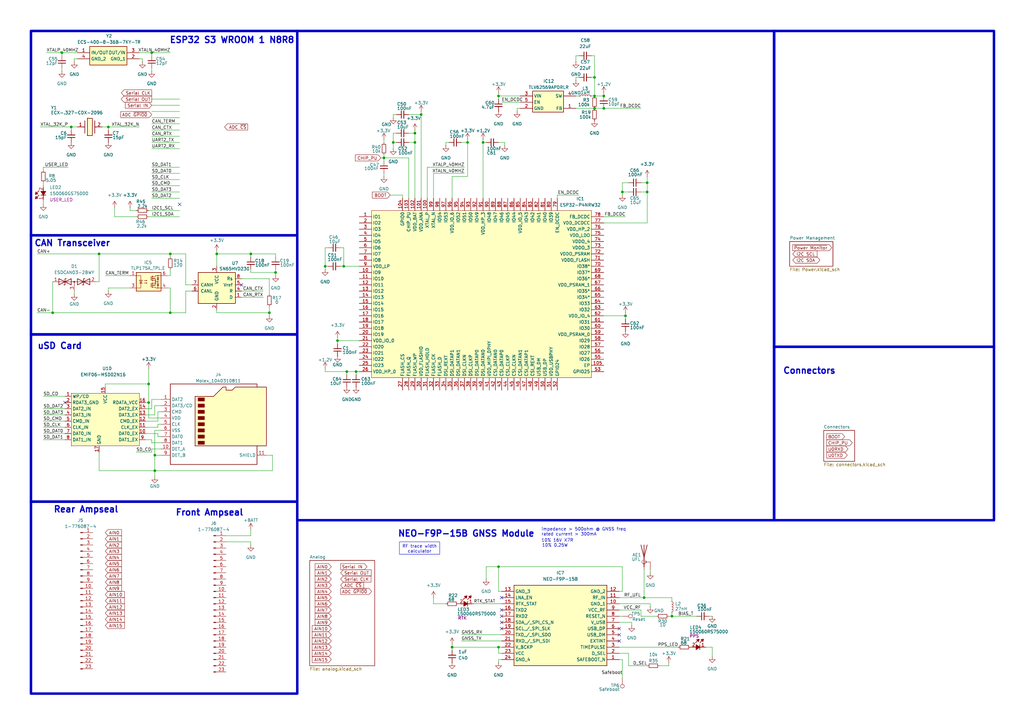
<source format=kicad_sch>
(kicad_sch (version 20250114) (generator "eeschema") (generator_version "9.0")
  (paper "A3")
  (title_block (title "SDM26 Datalogger") (date "2025-06-09") (rev "4.0") (company "Sun Devil Motorsports"))
  (rectangle (start 121.92 12.7) (end 317.5 213.36) (stroke (width 1.016)))
  (rectangle (start 12.7 205.74) (end 121.92 284.48) (stroke (width 1.016)))
  (rectangle (start 317.5 142.24) (end 407.67 213.36) (stroke (width 1.016)))
  (rectangle (start 317.5 12.7) (end 407.67 142.24) (stroke (width 1.016)))
  (rectangle (start 12.7 137.16) (end 121.92 205.74) (stroke (width 1.016)))
  (rectangle (start 12.7 12.7) (end 121.92 96.52) (stroke (width 1.016)))
  (rectangle (start 12.7 96.52) (end 121.92 137.16) (stroke (width 1.016)))
  (text "CAN Transceiver" (at 13.97 101.346 0) (effects (font (size 2.54 2.54) (thickness 0.512) (bold yes)) (justify left bottom)))
  (text "NEO-F9P-15B GNSS Module" (at 163.068 220.472 0) (effects (font (size 2.54 2.54) (thickness 0.512) (bold yes)) (justify left bottom)))
  (text "impedance > 500ohm @ GNSS freq\nrated current > 300mA" (at 221.996 219.964 0) (effects (font (size 1.27 1.27)) (justify left bottom)))
  (text "ESP32 S3 WROOM 1 N8R8" (at 120.904 18.034 0) (effects (font (size 2.54 2.54) (thickness 0.512) (bold yes)) (justify right bottom)))
  (text "Connectors" (at 321.056 153.67 0) (effects (font (size 2.54 2.54) (thickness 0.512) (bold yes)) (justify left bottom)))
  (text "Front Ampseal" (at 71.882 211.836 0) (effects (font (size 2.54 2.54) (thickness 0.512) (bold yes)) (justify left bottom)))
  (text "uSD Card" (at 15.24 143.51 0) (effects (font (size 2.54 2.54) (thickness 0.512) (bold yes)) (justify left bottom)))
  (text "10% 0.25W" (at 222.25 224.536 0) (effects (font (size 1.27 1.27)) (justify left bottom)))
  (text "10% 16V X7R" (at 221.996 222.504 0) (effects (font (size 1.27 1.27)) (justify left bottom)))
  (text "Rear Ampseal\n" (at 21.844 210.566 0) (effects (font (size 2.54 2.54) (thickness 0.512) (bold yes)) (justify left bottom)))
  (text_box "RF trace width calculator" (at 163.83 222.25 0) (size 16.51 5.08) (margins 0.9525 0.9525 0.9525 0.9525) (effects (font (size 1.27 1.27)) (justify top)))
  (junction (at 256.54 129.54))
  (junction (at 170.18 54.61))
  (junction (at 29.21 52.07))
  (junction (at 255.27 78.74))
  (junction (at 62.23 21.59))
  (junction (at 204.47 39.37))
  (junction (at 133.35 109.22))
  (junction (at 265.43 74.93))
  (junction (at 243.84 44.45))
  (junction (at 146.05 152.4))
  (junction (at 204.47 265.43))
  (junction (at 113.03 111.76))
  (junction (at 69.85 128.27))
  (junction (at 140.97 109.22))
  (junction (at 161.29 58.42))
  (junction (at 170.18 58.42))
  (junction (at 204.47 232.41))
  (junction (at 198.12 58.42))
  (junction (at 102.87 104.14))
  (junction (at 88.9 104.14))
  (junction (at 264.16 245.11))
  (junction (at 142.24 152.4))
  (junction (at 185.42 265.43))
  (junction (at 63.5 186.69))
  (junction (at 69.85 104.14))
  (junction (at 275.59 252.73))
  (junction (at 265.43 78.74))
  (junction (at 110.49 128.27))
  (junction (at 247.65 44.45))
  (junction (at 44.45 52.07))
  (junction (at 60.96 165.1))
  (junction (at 243.84 39.37))
  (junction (at 157.48 64.77))
  (junction (at 40.64 104.14))
  (junction (at 247.65 39.37))
  (junction (at 191.77 58.42))
  (junction (at 25.4 21.59))
  (junction (at 138.43 139.7))
  (junction (at 60.96 157.48))
  (junction (at 172.72 46.99))
  (junction (at 21.59 128.27))
  (junction (at 63.5 193.04))
  (junction (at 243.84 31.75))
  (no_connect (at 254 262.89))
  (no_connect (at 254 260.35))
  (no_connect (at 26.67 165.1))
  (no_connect (at 205.74 255.27))
  (no_connect (at 205.74 250.19))
  (no_connect (at 254 257.81))
  (no_connect (at 205.74 245.11))
  (no_connect (at 73.66 83.82))
  (no_connect (at 205.74 257.81))
  (no_connect (at 205.74 252.73))
  (no_connect (at 99.06 116.84))
  (wire (pts (xy 167.64 54.61) (xy 170.18 54.61)))
  (wire (pts (xy 162.56 54.61) (xy 161.29 54.61)))
  (wire (pts (xy 68.58 118.11) (xy 69.85 118.11)))
  (wire (pts (xy 254 250.19) (xy 262.89 250.19)))
  (wire (pts (xy 69.85 113.03) (xy 69.85 110.49)))
  (wire (pts (xy 254 270.51) (xy 255.27 270.51)))
  (wire (pts (xy 62.23 68.58) (xy 73.66 68.58)))
  (wire (pts (xy 17.78 68.58) (xy 27.94 68.58)))
  (wire (pts (xy 257.81 74.93) (xy 255.27 74.93)))
  (wire (pts (xy 157.48 71.12) (xy 157.48 72.39)))
  (wire (pts (xy 161.29 58.42) (xy 162.56 58.42)))
  (wire (pts (xy 191.77 72.39) (xy 185.42 72.39)))
  (wire (pts (xy 189.23 262.89) (xy 205.74 262.89)))
  (wire (pts (xy 16.51 52.07) (xy 29.21 52.07)))
  (wire (pts (xy 111.76 186.69) (xy 111.76 193.04)))
  (wire (pts (xy 265.43 74.93) (xy 265.43 72.39)))
  (wire (pts (xy 46.99 85.09) (xy 46.99 88.9)))
  (wire (pts (xy 30.48 25.4) (xy 30.48 24.13)))
  (wire (pts (xy 62.23 76.2) (xy 73.66 76.2)))
  (wire (pts (xy 92.71 219.71) (xy 102.87 219.71)))
  (wire (pts (xy 157.48 64.77) (xy 157.48 66.04)))
  (wire (pts (xy 139.7 109.22) (xy 140.97 109.22)))
  (wire (pts (xy 167.64 46.99) (xy 172.72 46.99)))
  (wire (pts (xy 62.23 27.94) (xy 62.23 29.21)))
  (wire (pts (xy 76.2 104.14) (xy 76.2 116.84)))
  (wire (pts (xy 40.64 193.04) (xy 63.5 193.04)))
  (wire (pts (xy 66.04 166.37) (xy 63.5 166.37)))
  (wire (pts (xy 17.78 162.56) (xy 26.67 162.56)))
  (wire (pts (xy 172.72 45.72) (xy 172.72 46.99)))
  (wire (pts (xy 59.69 167.64) (xy 62.23 167.64)))
  (wire (pts (xy 205.74 242.57) (xy 204.47 242.57)))
  (wire (pts (xy 262.89 78.74) (xy 265.43 78.74)))
  (wire (pts (xy 25.4 21.59) (xy 25.4 22.86)))
  (wire (pts (xy 254 247.65) (xy 266.7 247.65)))
  (wire (pts (xy 170.18 81.28) (xy 170.18 58.42)))
  (wire (pts (xy 63.5 166.37) (xy 63.5 170.18)))
  (wire (pts (xy 30.48 24.13) (xy 31.75 24.13)))
  (wire (pts (xy 88.9 104.14) (xy 88.9 109.22)))
  (wire (pts (xy 64.77 179.07) (xy 66.04 179.07)))
  (wire (pts (xy 204.47 232.41) (xy 255.27 232.41)))
  (wire (pts (xy 275.59 251.46) (xy 275.59 252.73)))
  (wire (pts (xy 177.8 245.11) (xy 177.8 247.65)))
  (wire (pts (xy 110.49 128.27) (xy 110.49 129.54)))
  (wire (pts (xy 146.05 152.4) (xy 146.05 153.67)))
  (wire (pts (xy 236.22 44.45) (xy 243.84 44.45)))
  (wire (pts (xy 15.24 128.27) (xy 21.59 128.27)))
  (wire (pts (xy 264.16 233.68) (xy 264.16 245.11)))
  (wire (pts (xy 62.23 48.26) (xy 73.66 48.26)))
  (wire (pts (xy 204.47 270.51) (xy 205.74 270.51)))
  (wire (pts (xy 138.43 139.7) (xy 138.43 140.97)))
  (wire (pts (xy 113.03 111.76) (xy 113.03 113.03)))
  (wire (pts (xy 290.83 252.73) (xy 292.1 252.73)))
  (wire (pts (xy 46.99 88.9) (xy 55.88 88.9)))
  (wire (pts (xy 43.18 158.75) (xy 43.18 157.48)))
  (wire (pts (xy 185.42 265.43) (xy 204.47 265.43)))
  (wire (pts (xy 62.23 55.88) (xy 73.66 55.88)))
  (wire (pts (xy 194.31 247.65) (xy 205.74 247.65)))
  (wire (pts (xy 236.22 39.37) (xy 237.49 39.37)))
  (wire (pts (xy 57.15 24.13) (xy 58.42 24.13)))
  (wire (pts (xy 243.84 22.86) (xy 242.57 22.86)))
  (wire (pts (xy 170.18 53.34) (xy 170.18 54.61)))
  (wire (pts (xy 204.47 265.43) (xy 204.47 267.97)))
  (wire (pts (xy 170.18 54.61) (xy 170.18 58.42)))
  (wire (pts (xy 133.35 109.22) (xy 133.35 110.49)))
  (wire (pts (xy 76.2 116.84) (xy 78.74 116.84)))
  (wire (pts (xy 40.64 104.14) (xy 69.85 104.14)))
  (wire (pts (xy 265.43 91.44) (xy 247.65 91.44)))
  (wire (pts (xy 17.78 180.34) (xy 26.67 180.34)))
  (wire (pts (xy 62.23 58.42) (xy 73.66 58.42)))
  (wire (pts (xy 41.91 52.07) (xy 44.45 52.07)))
  (wire (pts (xy 109.22 186.69) (xy 111.76 186.69)))
  (wire (pts (xy 102.87 104.14) (xy 113.03 104.14)))
  (wire (pts (xy 63.5 193.04) (xy 111.76 193.04)))
  (wire (pts (xy 189.23 58.42) (xy 191.77 58.42)))
  (wire (pts (xy 259.08 256.54) (xy 259.08 255.27)))
  (wire (pts (xy 113.03 110.49) (xy 113.03 111.76)))
  (wire (pts (xy 64.77 168.91) (xy 64.77 172.72)))
  (wire (pts (xy 254 252.73) (xy 255.27 252.73)))
  (wire (pts (xy 204.47 58.42) (xy 207.01 58.42)))
  (wire (pts (xy 55.88 86.36) (xy 53.34 86.36)))
  (wire (pts (xy 62.23 163.83) (xy 66.04 163.83)))
  (wire (pts (xy 99.06 119.38) (xy 107.95 119.38)))
  (wire (pts (xy 255.27 270.51) (xy 255.27 278.13)))
  (wire (pts (xy 40.64 185.42) (xy 40.64 193.04)))
  (wire (pts (xy 292.1 265.43) (xy 292.1 269.24)))
  (wire (pts (xy 255.27 78.74) (xy 255.27 80.01)))
  (wire (pts (xy 62.23 184.15) (xy 66.04 184.15)))
  (wire (pts (xy 139.7 101.6) (xy 140.97 101.6)))
  (wire (pts (xy 292.1 265.43) (xy 289.56 265.43)))
  (wire (pts (xy 177.8 81.28) (xy 177.8 71.12)))
  (wire (pts (xy 133.35 101.6) (xy 133.35 109.22)))
  (wire (pts (xy 157.48 63.5) (xy 157.48 64.77)))
  (wire (pts (xy 113.03 104.14) (xy 113.03 105.41)))
  (wire (pts (xy 66.04 173.99) (xy 64.77 173.99)))
  (wire (pts (xy 242.57 39.37) (xy 243.84 39.37)))
  (wire (pts (xy 243.84 44.45) (xy 247.65 44.45)))
  (wire (pts (xy 198.12 58.42) (xy 199.39 58.42)))
  (wire (pts (xy 15.24 104.14) (xy 40.64 104.14)))
  (wire (pts (xy 40.64 104.14) (xy 40.64 115.57)))
  (wire (pts (xy 62.23 50.8) (xy 73.66 50.8)))
  (wire (pts (xy 66.04 168.91) (xy 64.77 168.91)))
  (wire (pts (xy 255.27 242.57) (xy 254 242.57)))
  (wire (pts (xy 88.9 104.14) (xy 102.87 104.14)))
  (wire (pts (xy 53.34 113.03) (xy 43.18 113.03)))
  (wire (pts (xy 62.23 60.96) (xy 73.66 60.96)))
  (wire (pts (xy 29.21 53.34) (xy 29.21 52.07)))
  (wire (pts (xy 262.89 74.93) (xy 265.43 74.93)))
  (wire (pts (xy 257.81 273.05) (xy 265.43 273.05)))
  (wire (pts (xy 185.42 265.43) (xy 185.42 264.16)))
  (wire (pts (xy 69.85 105.41) (xy 69.85 104.14)))
  (wire (pts (xy 255.27 242.57) (xy 255.27 232.41)))
  (wire (pts (xy 242.57 31.75) (xy 243.84 31.75)))
  (wire (pts (xy 142.24 152.4) (xy 142.24 153.67)))
  (wire (pts (xy 254 265.43) (xy 278.13 265.43)))
  (wire (pts (xy 265.43 74.93) (xy 265.43 78.74)))
  (wire (pts (xy 247.65 38.1) (xy 247.65 39.37)))
  (wire (pts (xy 44.45 52.07) (xy 57.15 52.07)))
  (wire (pts (xy 228.6 80.01) (xy 228.6 81.28)))
  (wire (pts (xy 60.96 165.1) (xy 60.96 157.48)))
  (wire (pts (xy 204.47 40.64) (xy 204.47 39.37)))
  (wire (pts (xy 199.39 232.41) (xy 199.39 237.49)))
  (wire (pts (xy 102.87 217.17) (xy 102.87 219.71)))
  (wire (pts (xy 254 245.11) (xy 264.16 245.11)))
  (wire (pts (xy 66.04 176.53) (xy 63.5 176.53)))
  (wire (pts (xy 275.59 252.73) (xy 285.75 252.73)))
  (wire (pts (xy 156.21 64.77) (xy 157.48 64.77)))
  (wire (pts (xy 275.59 245.11) (xy 275.59 246.38)))
  (wire (pts (xy 62.23 21.59) (xy 69.85 21.59)))
  (wire (pts (xy 21.59 128.27) (xy 69.85 128.27)))
  (wire (pts (xy 161.29 46.99) (xy 162.56 46.99)))
  (wire (pts (xy 60.96 88.9) (xy 73.66 88.9)))
  (wire (pts (xy 59.69 180.34) (xy 62.23 180.34)))
  (wire (pts (xy 236.22 22.86) (xy 237.49 22.86)))
  (wire (pts (xy 92.71 222.25) (xy 102.87 222.25)))
  (wire (pts (xy 204.47 265.43) (xy 205.74 265.43)))
  (wire (pts (xy 69.85 128.27) (xy 76.2 128.27)))
  (wire (pts (xy 102.87 111.76) (xy 102.87 110.49)))
  (wire (pts (xy 266.7 247.65) (xy 266.7 248.92)))
  (wire (pts (xy 55.88 185.42) (xy 62.23 185.42)))
  (wire (pts (xy 182.88 58.42) (xy 182.88 59.69)))
  (wire (pts (xy 63.5 176.53) (xy 63.5 186.69)))
  (wire (pts (xy 255.27 78.74) (xy 257.81 78.74)))
  (wire (pts (xy 182.88 58.42) (xy 184.15 58.42)))
  (wire (pts (xy 257.81 267.97) (xy 257.81 273.05)))
  (wire (pts (xy 256.54 128.27) (xy 256.54 129.54)))
  (wire (pts (xy 157.48 64.77) (xy 167.64 64.77)))
  (wire (pts (xy 59.69 175.26) (xy 64.77 175.26)))
  (wire (pts (xy 62.23 185.42) (xy 62.23 184.15)))
  (wire (pts (xy 99.06 121.92) (xy 107.95 121.92)))
  (wire (pts (xy 102.87 222.25) (xy 102.87 223.52)))
  (wire (pts (xy 64.77 173.99) (xy 64.77 175.26)))
  (wire (pts (xy 17.78 170.18) (xy 26.67 170.18)))
  (wire (pts (xy 43.18 157.48) (xy 60.96 157.48)))
  (wire (pts (xy 247.65 88.9) (xy 256.54 88.9)))
  (wire (pts (xy 62.23 45.72) (xy 73.66 45.72)))
  (wire (pts (xy 204.47 38.1) (xy 204.47 39.37)))
  (wire (pts (xy 62.23 43.18) (xy 73.66 43.18)))
  (wire (pts (xy 167.64 64.77) (xy 167.64 81.28)))
  (wire (pts (xy 204.47 39.37) (xy 213.36 39.37)))
  (wire (pts (xy 142.24 152.4) (xy 133.35 152.4)))
  (wire (pts (xy 76.2 128.27) (xy 76.2 119.38)))
  (wire (pts (xy 147.32 139.7) (xy 138.43 139.7)))
  (wire (pts (xy 204.47 270.51) (xy 204.47 271.78)))
  (wire (pts (xy 44.45 53.34) (xy 44.45 52.07)))
  (wire (pts (xy 62.23 40.64) (xy 73.66 40.64)))
  (wire (pts (xy 160.02 80.01) (xy 165.1 80.01)))
  (wire (pts (xy 161.29 60.96) (xy 161.29 58.42)))
  (wire (pts (xy 275.59 245.11) (xy 264.16 245.11)))
  (wire (pts (xy 63.5 193.04) (xy 63.5 195.58)))
  (wire (pts (xy 17.78 172.72) (xy 26.67 172.72)))
  (wire (pts (xy 256.54 129.54) (xy 256.54 130.81)))
  (wire (pts (xy 161.29 54.61) (xy 161.29 58.42)))
  (wire (pts (xy 62.23 73.66) (xy 73.66 73.66)))
  (wire (pts (xy 212.09 44.45) (xy 213.36 44.45)))
  (wire (pts (xy 63.5 186.69) (xy 63.5 193.04)))
  (wire (pts (xy 247.65 129.54) (xy 256.54 129.54)))
  (wire (pts (xy 175.26 68.58) (xy 175.26 81.28)))
  (wire (pts (xy 191.77 58.42) (xy 191.77 57.15)))
  (wire (pts (xy 58.42 24.13) (xy 58.42 25.4)))
  (wire (pts (xy 88.9 102.87) (xy 88.9 104.14)))
  (wire (pts (xy 88.9 128.27) (xy 88.9 127)))
  (wire (pts (xy 161.29 46.99) (xy 161.29 48.26)))
  (wire (pts (xy 59.69 170.18) (xy 63.5 170.18)))
  (wire (pts (xy 19.05 21.59) (xy 25.4 21.59)))
  (wire (pts (xy 17.78 68.58) (xy 17.78 69.85)))
  (wire (pts (xy 21.59 115.57) (xy 21.59 128.27)))
  (wire (pts (xy 134.62 101.6) (xy 133.35 101.6)))
  (wire (pts (xy 66.04 171.45) (xy 60.96 171.45)))
  (wire (pts (xy 68.58 113.03) (xy 69.85 113.03)))
  (wire (pts (xy 199.39 232.41) (xy 204.47 232.41)))
  (wire (pts (xy 236.22 33.02) (xy 236.22 31.75)))
  (wire (pts (xy 110.49 114.3) (xy 110.49 120.65)))
  (wire (pts (xy 198.12 57.15) (xy 198.12 58.42)))
  (wire (pts (xy 25.4 27.94) (xy 25.4 29.21)))
  (wire (pts (xy 25.4 21.59) (xy 31.75 21.59)))
  (wire (pts (xy 40.64 115.57) (xy 39.37 115.57)))
  (wire (pts (xy 64.77 177.8) (xy 64.77 179.07)))
  (wire (pts (xy 57.15 21.59) (xy 62.23 21.59)))
  (wire (pts (xy 207.01 59.69) (xy 207.01 58.42)))
  (wire (pts (xy 69.85 104.14) (xy 76.2 104.14)))
  (wire (pts (xy 29.21 52.07) (xy 31.75 52.07)))
  (wire (pts (xy 44.45 118.11) (xy 44.45 119.38)))
  (wire (pts (xy 254 255.27) (xy 259.08 255.27)))
  (wire (pts (xy 102.87 104.14) (xy 102.87 105.41)))
  (wire (pts (xy 204.47 232.41) (xy 204.47 242.57)))
  (wire (pts (xy 62.23 53.34) (xy 73.66 53.34)))
  (wire (pts (xy 69.85 118.11) (xy 69.85 128.27)))
  (wire (pts (xy 157.48 57.15) (xy 157.48 58.42)))
  (wire (pts (xy 243.84 31.75) (xy 243.84 22.86)))
  (wire (pts (xy 165.1 80.01) (xy 165.1 81.28)))
  (wire (pts (xy 88.9 128.27) (xy 110.49 128.27)))
  (wire (pts (xy 53.34 118.11) (xy 44.45 118.11)))
  (wire (pts (xy 62.23 181.61) (xy 62.23 180.34)))
  (wire (pts (xy 99.06 114.3) (xy 110.49 114.3)))
  (wire (pts (xy 59.69 177.8) (xy 64.77 177.8)))
  (wire (pts (xy 59.69 172.72) (xy 64.77 172.72)))
  (wire (pts (xy 17.78 167.64) (xy 26.67 167.64)))
  (wire (pts (xy 247.65 44.45) (xy 262.89 44.45)))
  (wire (pts (xy 177.8 71.12) (xy 190.5 71.12)))
  (wire (pts (xy 30.48 119.38) (xy 30.48 120.65)))
  (wire (pts (xy 138.43 138.43) (xy 138.43 139.7)))
  (wire (pts (xy 62.23 81.28) (xy 73.66 81.28)))
  (wire (pts (xy 236.22 25.4) (xy 236.22 22.86)))
  (wire (pts (xy 133.35 151.13) (xy 133.35 152.4)))
  (wire (pts (xy 133.35 109.22) (xy 134.62 109.22)))
  (wire (pts (xy 17.78 177.8) (xy 26.67 177.8)))
  (wire (pts (xy 185.42 265.43) (xy 185.42 266.7)))
  (wire (pts (xy 254 267.97) (xy 257.81 267.97)))
  (wire (pts (xy 274.32 252.73) (xy 275.59 252.73)))
  (wire (pts (xy 76.2 119.38) (xy 78.74 119.38)))
  (wire (pts (xy 62.23 21.59) (xy 62.23 22.86)))
  (wire (pts (xy 198.12 58.42) (xy 198.12 81.28)))
  (wire (pts (xy 237.49 80.01) (xy 228.6 80.01)))
  (wire (pts (xy 62.23 163.83) (xy 62.23 167.64)))
  (wire (pts (xy 146.05 152.4) (xy 142.24 152.4)))
  (wire (pts (xy 140.97 109.22) (xy 147.32 109.22)))
  (wire (pts (xy 53.34 86.36) (xy 53.34 85.09)))
  (wire (pts (xy 265.43 78.74) (xy 265.43 91.44)))
  (wire (pts (xy 274.32 273.05) (xy 274.32 271.78)))
  (wire (pts (xy 185.42 72.39) (xy 185.42 81.28)))
  (wire (pts (xy 110.49 125.73) (xy 110.49 128.27)))
  (wire (pts (xy 60.96 157.48) (xy 60.96 151.13)))
  (wire (pts (xy 146.05 152.4) (xy 147.32 152.4)))
  (wire (pts (xy 102.87 111.76) (xy 113.03 111.76)))
  (wire (pts (xy 266.7 234.95) (xy 266.7 233.68)))
  (wire (pts (xy 204.47 267.97) (xy 205.74 267.97)))
  (wire (pts (xy 170.18 58.42) (xy 167.64 58.42)))
  (wire (pts (xy 172.72 46.99) (xy 172.72 81.28)))
  (wire (pts (xy 243.84 39.37) (xy 243.84 31.75)))
  (wire (pts (xy 60.96 171.45) (xy 60.96 165.1)))
  (wire (pts (xy 189.23 260.35) (xy 205.74 260.35)))
  (wire (pts (xy 62.23 78.74) (xy 73.66 78.74)))
  (wire (pts (xy 243.84 39.37) (xy 247.65 39.37)))
  (wire (pts (xy 17.78 74.93) (xy 17.78 76.2)))
  (wire (pts (xy 191.77 58.42) (xy 191.77 72.39)))
  (wire (pts (xy 59.69 165.1) (xy 60.96 165.1)))
  (wire (pts (xy 270.51 273.05) (xy 274.32 273.05)))
  (wire (pts (xy 255.27 74.93) (xy 255.27 78.74)))
  (wire (pts (xy 262.89 252.73) (xy 262.89 250.19)))
  (wire (pts (xy 17.78 175.26) (xy 26.67 175.26)))
  (wire (pts (xy 236.22 31.75) (xy 237.49 31.75)))
  (wire (pts (xy 62.23 71.12) (xy 73.66 71.12)))
  (wire (pts (xy 262.89 252.73) (xy 269.24 252.73)))
  (wire (pts (xy 66.04 181.61) (xy 62.23 181.61)))
  (wire (pts (xy 190.5 68.58) (xy 175.26 68.58)))
  (wire (pts (xy 63.5 186.69) (xy 66.04 186.69)))
  (wire (pts (xy 205.74 41.91) (xy 213.36 41.91)))
  (wire (pts (xy 212.09 45.72) (xy 212.09 44.45)))
  (wire (pts (xy 140.97 101.6) (xy 140.97 109.22)))
  (wire (pts (xy 60.96 86.36) (xy 73.66 86.36)))
  (wire (pts (xy 177.8 247.65) (xy 182.88 247.65)))
  (wire (pts (xy 17.78 82.55) (xy 17.78 83.82)))
  (label "GNSS_TX" (at 189.23 262.89 0))
  (label "SD_CLK" (at 17.78 175.26 0))
  (label "VCC_RF" (at 262.89 250.19 180))
  (label "SD_CLK" (at 62.23 73.66 0))
  (label "SD_DAT3" (at 62.23 78.74 0))
  (label "SD_CD" (at 17.78 162.56 0))
  (label "SD_DAT3" (at 17.78 170.18 0))
  (label "CAN_CTX" (at 62.23 53.34 0))
  (label "CAN_RTX" (at 107.95 121.92 180))
  (label "XTALN_40MHZ" (at 190.5 71.12 180))
  (label "XTAL_32K_P" (at 16.51 52.07 0))
  (label "EN_DCDC" (at 237.49 80.01 180))
  (label "SD_CMD" (at 62.23 76.2 0))
  (label "FB_DCDC" (at 262.89 44.45 180))
  (label "USER_LED" (at 27.94 68.58 180))
  (label "SD_DAT0" (at 17.78 177.8 0))
  (label "CAN_CTX" (at 107.95 119.38 180))
  (label "UART2_TX" (at 62.23 58.42 0))
  (label "SD_DAT1" (at 17.78 180.34 0))
  (label "SD_DAT0" (at 62.23 71.12 0))
  (label "SD_DAT2" (at 17.78 167.64 0))
  (label "I2C1_SCL" (at 62.23 86.36 0))
  (label "PPS_LED" (at 278.13 265.43 180))
  (label "XTAL_32K_N" (at 57.15 52.07 180))
  (label "RF_UFL" (at 262.89 245.11 180))
  (label "CAN+" (at 15.24 104.14 0))
  (label "SD_DAT1" (at 62.23 68.58 0))
  (label "XTALN_40MHZ" (at 69.85 21.59 180))
  (label "CAN-" (at 15.24 128.27 0))
  (label "SD_CD" (at 55.88 185.42 0))
  (label "Safeboot" (at 255.27 276.86 180))
  (label "EN_DCDC" (at 205.74 41.91 0))
  (label "I2C1_SDA" (at 62.23 88.9 0))
  (label "FB_DCDC" (at 256.54 88.9 180))
  (label "XTALP_40MHZ" (at 19.05 21.59 0))
  (label "CAN_RTX" (at 62.23 55.88 0))
  (label "BIAS_T" (at 278.13 252.73 0))
  (label "CAN_TERM" (at 43.18 113.03 0))
  (label "CAN_TERM" (at 62.23 50.8 0))
  (label "SD_CMD" (at 17.78 172.72 0))
  (label "GNSS_RX" (at 189.23 260.35 0))
  (label "RTK_STAT" (at 203.2 247.65 180))
  (label "D_SEL" (at 265.43 273.05 180))
  (label "SD_DAT2" (at 62.23 81.28 0))
  (label "XTALP_40MHZ" (at 190.5 68.58 180))
  (label "UART2_RX" (at 62.23 60.96 0))
  (global_label "AIN15" (shape input) (at 135.89 270.51 180) (property "Intersheetrefs" "${INTERSHEET_REFS}" (effects (hide yes))))
  (global_label "AIN11" (shape input) (at 135.89 260.35 180) (property "Intersheetrefs" "${INTERSHEET_REFS}" (effects (hide yes))))
  (global_label "AIN14" (shape input) (at 43.18 254 0) (property "Intersheetrefs" "${INTERSHEET_REFS}" (effects (hide yes))))
  (global_label "AIN5" (shape input) (at 135.89 245.11 180) (property "Intersheetrefs" "${INTERSHEET_REFS}" (effects (hide yes))))
  (global_label "CHIP_PU" (shape output) (at 339.09 181.61 0) (property "Intersheetrefs" "${INTERSHEET_REFS}" (effects (hide yes))))
  (global_label "AIN11" (shape input) (at 43.18 246.38 0) (property "Intersheetrefs" "${INTERSHEET_REFS}" (effects (hide yes))))
  (global_label "AIN7" (shape input) (at 135.89 250.19 180) (property "Intersheetrefs" "${INTERSHEET_REFS}" (effects (hide yes))))
  (global_label "ADC ~{GPIO0}" (shape output) (at 49.53 46.99 0) (property "Intersheetrefs" "${INTERSHEET_REFS}" (effects (hide yes))))
  (global_label "AIN1" (shape input) (at 135.89 234.95 180) (property "Intersheetrefs" "${INTERSHEET_REFS}" (effects (hide yes))))
  (global_label "U0TXD" (shape output) (at 339.09 186.69 0) (property "Intersheetrefs" "${INTERSHEET_REFS}" (effects (hide yes))))
  (global_label "AIN15" (shape input) (at 43.18 256.54 0) (property "Intersheetrefs" "${INTERSHEET_REFS}" (effects (hide yes))))
  (global_label "Serial CLK" (shape input) (at 139.7 237.49 0) (property "Intersheetrefs" "${INTERSHEET_REFS}" (effects (hide yes))))
  (global_label "AIN9" (shape input) (at 135.89 255.27 180) (property "Intersheetrefs" "${INTERSHEET_REFS}" (effects (hide yes))))
  (global_label "AIN2" (shape input) (at 43.18 223.52 0) (property "Intersheetrefs" "${INTERSHEET_REFS}" (effects (hide yes))))
  (global_label "I2C SCL" (shape input) (at 325.12 104.14 0) (property "Intersheetrefs" "${INTERSHEET_REFS}" (effects (hide yes))))
  (global_label "AIN5" (shape input) (at 43.18 231.14 0) (property "Intersheetrefs" "${INTERSHEET_REFS}" (effects (hide yes))))
  (global_label "AIN12" (shape input) (at 135.89 262.89 180) (property "Intersheetrefs" "${INTERSHEET_REFS}" (effects (hide yes))))
  (global_label "BOOT" (shape input) (at 160.02 80.01 180) (property "Intersheetrefs" "${INTERSHEET_REFS}" (effects (hide yes))))
  (global_label "AIN14" (shape input) (at 135.89 267.97 180) (property "Intersheetrefs" "${INTERSHEET_REFS}" (effects (hide yes))))
  (global_label "AIN0" (shape input) (at 135.89 232.41 180) (property "Intersheetrefs" "${INTERSHEET_REFS}" (effects (hide yes))))
  (global_label "AIN10" (shape input) (at 135.89 257.81 180) (property "Intersheetrefs" "${INTERSHEET_REFS}" (effects (hide yes))))
  (global_label "ADC ~{CS}" (shape output) (at 101.6 52.07 180) (property "Intersheetrefs" "${INTERSHEET_REFS}" (effects (hide yes))))
  (global_label "AIN13" (shape input) (at 43.18 251.46 0) (property "Intersheetrefs" "${INTERSHEET_REFS}" (effects (hide yes))))
  (global_label "AIN6" (shape input) (at 135.89 247.65 180) (property "Intersheetrefs" "${INTERSHEET_REFS}" (effects (hide yes))))
  (global_label "Serial OUT" (shape input) (at 139.7 234.95 0) (property "Intersheetrefs" "${INTERSHEET_REFS}" (effects (hide yes))))
  (global_label "AIN0" (shape input) (at 43.18 218.44 0) (property "Intersheetrefs" "${INTERSHEET_REFS}" (effects (hide yes))))
  (global_label "AIN8" (shape input) (at 135.89 252.73 180) (property "Intersheetrefs" "${INTERSHEET_REFS}" (effects (hide yes))))
  (global_label "AIN3" (shape input) (at 135.89 240.03 180) (property "Intersheetrefs" "${INTERSHEET_REFS}" (effects (hide yes))))
  (global_label "AIN9" (shape input) (at 43.18 241.3 0) (property "Intersheetrefs" "${INTERSHEET_REFS}" (effects (hide yes))))
  (global_label "AIN6" (shape input) (at 43.18 233.68 0) (property "Intersheetrefs" "${INTERSHEET_REFS}" (effects (hide yes))))
  (global_label "AIN7" (shape input) (at 43.18 236.22 0) (property "Intersheetrefs" "${INTERSHEET_REFS}" (effects (hide yes))))
  (global_label "I2C SDA" (shape bidirectional) (at 325.12 106.68 0) (property "Intersheetrefs" "${INTERSHEET_REFS}" (effects (hide yes))))
  (global_label "Serial IN" (shape input) (at 62.23 43.18 180) (property "Intersheetrefs" "${INTERSHEET_REFS}" (effects (hide yes))))
  (global_label "AIN4" (shape input) (at 135.89 242.57 180) (property "Intersheetrefs" "${INTERSHEET_REFS}" (effects (hide yes))))
  (global_label "AIN1" (shape input) (at 43.18 220.98 0) (property "Intersheetrefs" "${INTERSHEET_REFS}" (effects (hide yes))))
  (global_label "~{Power Monitor}" (shape output) (at 325.12 101.6 0) (property "Intersheetrefs" "${INTERSHEET_REFS}" (effects (hide yes))))
  (global_label "Serial OUT" (shape output) (at 62.23 40.64 180) (property "Intersheetrefs" "${INTERSHEET_REFS}" (effects (hide yes))))
  (global_label "Serial IN" (shape output) (at 139.7 232.41 0) (property "Intersheetrefs" "${INTERSHEET_REFS}" (effects (hide yes))))
  (global_label "Serial CLK" (shape output) (at 62.23 38.1 180) (property "Intersheetrefs" "${INTERSHEET_REFS}" (effects (hide yes))))
  (global_label "AIN13" (shape input) (at 135.89 265.43 180) (property "Intersheetrefs" "${INTERSHEET_REFS}" (effects (hide yes))))
  (global_label "AIN3" (shape input) (at 43.18 226.06 0) (property "Intersheetrefs" "${INTERSHEET_REFS}" (effects (hide yes))))
  (global_label "AIN8" (shape input) (at 43.18 238.76 0) (property "Intersheetrefs" "${INTERSHEET_REFS}" (effects (hide yes))))
  (global_label "AIN4" (shape input) (at 43.18 228.6 0) (property "Intersheetrefs" "${INTERSHEET_REFS}" (effects (hide yes))))
  (global_label "CHIP_PU" (shape input) (at 156.21 64.77 180) (property "Intersheetrefs" "${INTERSHEET_REFS}" (effects (hide yes))))
  (global_label "ADC ~{GPIO0}" (shape output) (at 139.7 242.57 0) (property "Intersheetrefs" "${INTERSHEET_REFS}" (effects (hide yes))))
  (global_label "AIN12" (shape input) (at 43.18 248.92 0) (property "Intersheetrefs" "${INTERSHEET_REFS}" (effects (hide yes))))
  (global_label "ADC ~{CS}" (shape input) (at 139.7 240.03 0) (property "Intersheetrefs" "${INTERSHEET_REFS}" (effects (hide yes))))
  (global_label "AIN2" (shape input) (at 135.89 237.49 180) (property "Intersheetrefs" "${INTERSHEET_REFS}" (effects (hide yes))))
  (global_label "AIN10" (shape input) (at 43.18 243.84 0) (property "Intersheetrefs" "${INTERSHEET_REFS}" (effects (hide yes))))
  (global_label "BOOT" (shape output) (at 339.09 179.07 0) (property "Intersheetrefs" "${INTERSHEET_REFS}" (effects (hide yes))))
  (global_label "U0RXD" (shape output) (at 339.09 184.15 0) (property "Intersheetrefs" "${INTERSHEET_REFS}" (effects (hide yes))))
  (symbol (lib_id "power:+3.3V") (at 247.65 38.1 0) (unit 1)
    (property "Reference" "#PWR0113" (effects (hide yes)))
    (property "Value" "+1.2V" (at 247.65 34.544 0))
    (property "Description" "Power symbol creates a global label with name \"+3.3V\"" (effects (hide yes)))
  )
  (symbol (lib_id "SDM_CRYSTAL_HSE:ECS-400-8-36B-7KY-TR") (at 31.75 21.59 0) (unit 1)
    (property "Reference" "Y2" (at 44.704 14.732 0))
    (property "Value" "ECS-400-8-36B-7KY-TR" (at 44.704 17.272 0))
    (property "Footprint" "ECS400836B7KYTR" (effects (hide yes)))
    (property "Datasheet" "https://ecsxtal.com/store/pdf/ECX-2236B.pdf" (effects (hide yes)))
    (property "Description" "Crystals CRYSTAL 40.0000MHZ 8PF SMD, ESR 30, +/-7ppm, +/-10ppm, -30 C 85 C, 2.5 x 2.0 x 0.5 100 uw Max +/- 1 ppm 1st Year Max" (effects (hide yes)))
    (property "Height" "0.6" (effects (hide yes)))
    (property "Mouser Part Number" "520-S-400836B7KYTR" (effects (hide yes)))
    (property "Mouser Price/Stock" "https://www.mouser.co.uk/ProductDetail/ECS/ECS-400-8-36B-7KY-TR?qs=zW32dvEIR3t13PpNOhiitQ%3D%3D" (effects (hide yes)))
    (property "Manufacturer_Name" "ECS" (effects (hide yes)))
    (property "Manufacturer_Part_Number" "ECS-400-8-36B-7KY-TR" (effects (hide yes)))
  )
  (symbol (lib_id "power:GND") (at 182.88 59.69 0) (unit 1)
    (property "Reference" "#PWR0106" (effects (hide yes)))
    (property "Value" "GND" (at 182.88 64.77 0))
    (property "Description" "Power symbol creates a global label with name \"GND\" , ground" (effects (hide yes)))
  )
  (symbol (lib_id "power:+3.3V") (at 204.47 38.1 0) (unit 1)
    (property "Reference" "#PWR0112" (effects (hide yes)))
    (property "Value" "+3.3V" (at 204.47 34.544 0))
    (property "Description" "Power symbol creates a global label with name \"+3.3V\"" (effects (hide yes)))
  )
  (symbol (lib_id "power:GND") (at 266.7 248.92 0) (unit 1)
    (property "Reference" "#PWR061" (effects (hide yes)))
    (property "Value" "GND" (at 270.256 250.444 0))
    (property "Description" "Power symbol creates a global label with name \"GND\" , ground" (effects (hide yes)))
  )
  (symbol (lib_id "power:GND") (at 102.87 223.52 0) (unit 1)
    (property "Reference" "#PWR063" (effects (hide yes)))
    (property "Value" "GND" (at 102.87 228.6 0))
    (property "Description" "Power symbol creates a global label with name \"GND\" , ground" (effects (hide yes)))
  )
  (symbol (lib_id "SDM_CRYSTAL_OSCILLATOR:ECX-.327-CDX-2096") (at 31.75 52.07 0) (unit 1)
    (property "Reference" "Y1" (at 22.098 44.196 0))
    (property "Value" "ECX-.327-CDX-2096" (at 31.496 46.228 0))
    (property "Footprint" "SDM_MiscFootprint:ECX327CDX2096" (effects (hide yes)))
    (property "Datasheet" "https://ecsxtal.com/store/pdf/ECX-.327-CDX-2096.pdf" (effects (hide yes)))
    (property "Description" "Crystals CRYSTAL 32.768 kHZ 12.5 PF SMD, ESR 50K Ohms, +/-5ppm Tolerance -40 C +85 C, 3.2 x 1.5 uw Max +/- 3 ppm 1st Year Aging Max" (effects (hide yes)))
    (property "Height" "0.9" (effects (hide yes)))
    (property "Mouser Part Number" "520-X-.327-CDX2096" (effects (hide yes)))
    (property "Mouser Price/Stock" "https://www.mouser.co.uk/ProductDetail/ECS/ECX-.327-CDX-2096?qs=zW32dvEIR3t11RcE3dxOsQ%3D%3D" (effects (hide yes)))
    (property "Manufacturer_Name" "ECS" (effects (hide yes)))
    (property "Manufacturer_Part_Number" "ECX-.327-CDX-2096" (effects (hide yes)))
  )
  (symbol (lib_id "Device:C_Small") (at 142.24 156.21 0) (mirror x) (unit 1)
    (property "Reference" "C64" (at 140.208 155.448 0) (effects (justify right)))
    (property "Value" "10uF" (at 140.208 157.226 0) (effects (justify right)))
    (property "Footprint" "Capacitor_SMD:C_0603_1608Metric" (effects (hide yes)))
  )
  (symbol (lib_id "power:+3.3V") (at 133.35 151.13 0) (unit 1)
    (property "Reference" "#PWR0118" (effects (hide yes)))
    (property "Value" "+1.2V" (at 133.35 147.574 0))
    (property "Description" "Power symbol creates a global label with name \"+3.3V\"" (effects (hide yes)))
  )
  (symbol (lib_id "Device:C_Small") (at 288.29 252.73 90) (unit 1)
    (property "Reference" "C36" (at 289.814 248.412 90) (effects (justify left)))
    (property "Value" "100nF" (at 292.1 249.936 90) (effects (justify left)))
    (property "Footprint" "Capacitor_SMD:C_0603_1608Metric" (effects (hide yes)))
  )
  (symbol (lib_id "Device:L_Small") (at 275.59 248.92 0) (unit 1)
    (property "Reference" "L2" (at 276.86 247.6499 0) (effects (justify left)))
    (property "Value" "27nH" (at 276.86 249.682 0) (effects (justify left)))
    (property "Footprint" "Inductor_SMD:L_0402_1005Metric" (effects (hide yes)))
  )
  (symbol (lib_id "Device:R_Small") (at 267.97 273.05 90) (mirror x) (unit 1)
    (property "Reference" "R35" (at 267.97 271.018 90))
    (property "Value" "10k" (at 267.97 268.478 90))
    (property "Footprint" "Resistor_SMD:R_0603_1608Metric" (effects (hide yes)))
  )
  (symbol (lib_id "power:GND") (at 255.27 80.01 0) (unit 1)
    (property "Reference" "#PWR0122" (effects (hide yes)))
    (property "Value" "GND" (at 255.27 85.09 0))
    (property "Description" "Power symbol creates a global label with name \"GND\" , ground" (effects (hide yes)))
  )
  (symbol (lib_id "Device:C_Small") (at 185.42 269.24 0) (mirror x) (unit 1)
    (property "Reference" "C40" (at 187.96 269.8687 0) (effects (justify left)))
    (property "Value" "1uF" (at 187.96 267.3287 0) (effects (justify left)))
    (property "Footprint" "Capacitor_SMD:C_0603_1608Metric" (effects (hide yes)))
  )
  (symbol (lib_id "power:GND") (at 58.42 25.4 0) (unit 1)
    (property "Reference" "#PWR089" (effects (hide yes)))
    (property "Value" "GND" (at 58.42 30.48 0))
    (property "Description" "Power symbol creates a global label with name \"GND\" , ground" (effects (hide yes)))
  )
  (symbol (lib_id "power:+3.3V") (at 172.72 45.72 0) (unit 1)
    (property "Reference" "#PWR099" (effects (hide yes)))
    (property "Value" "+3.3V" (at 172.72 42.164 0))
    (property "Description" "Power symbol creates a global label with name \"+3.3V\"" (effects (hide yes)))
  )
  (symbol (lib_id "Device:C_Small") (at 240.03 22.86 90) (unit 1)
    (property "Reference" "C58" (at 240.0363 16.51 90))
    (property "Value" "22uF" (at 240.0363 19.05 90))
    (property "Footprint" "Capacitor_SMD:C_0603_1608Metric" (effects (hide yes)))
  )
  (symbol (lib_id "power:GND") (at 30.48 120.65 0) (unit 1)
    (property "Reference" "#PWR036" (effects (hide yes)))
    (property "Value" "GND" (at 30.48 124.714 0))
    (property "Description" "Power symbol creates a global label with name \"GND\" , ground" (effects (hide yes)))
  )
  (symbol (lib_id "power:GND") (at 62.23 29.21 0) (unit 1)
    (property "Reference" "#PWR0103" (effects (hide yes)))
    (property "Value" "GND" (at 62.23 34.29 0))
    (property "Description" "Power symbol creates a global label with name \"GND\" , ground" (effects (hide yes)))
  )
  (symbol (lib_id "power:GND") (at 138.43 146.05 0) (unit 1)
    (property "Reference" "#PWR03" (effects (hide yes)))
    (property "Value" "GND" (at 138.43 149.606 0))
    (property "Description" "Power symbol creates a global label with name \"GND\" , ground" (effects (hide yes)))
  )
  (symbol (lib_id "power:+3.3V") (at 157.48 57.15 0) (unit 1)
    (property "Reference" "#PWR090" (effects (hide yes)))
    (property "Value" "+3.3V" (at 157.226 53.594 0))
    (property "Description" "Power symbol creates a global label with name \"+3.3V\"" (effects (hide yes)))
  )
  (symbol (lib_id "Device:C_Small") (at 186.69 58.42 90) (unit 1)
    (property "Reference" "C56" (at 184.404 54.102 90) (effects (justify right)))
    (property "Value" "100nF" (at 184.404 55.88 90) (effects (justify right)))
    (property "Footprint" "Capacitor_SMD:C_0603_1608Metric" (effects (hide yes)))
  )
  (symbol (lib_id "power:GND") (at 29.21 58.42 0) (unit 1)
    (property "Reference" "#PWR014" (effects (hide yes)))
    (property "Value" "GND" (at 29.21 63.5 0))
    (property "Description" "Power symbol creates a global label with name \"GND\" , ground" (effects (hide yes)))
  )
  (symbol (lib_id "SDM_LED:150060RS75000") (at 289.56 265.43 0) (mirror y) (unit 1)
    (property "Reference" "LED4" (at 287.782 257.302 0) (effects (justify left)))
    (property "Value" "150060RS75000" (at 298.704 259.08 0) (effects (justify left)))
    (property "Footprint" "SDM_MiscFootprint:LEDC1608X80N" (effects (hide yes)))
    (property "Datasheet" "https://www.we-online.com/components/products/datasheet/150060RS75000.pdf" (effects (hide yes)))
    (property "Description" "WURTH ELEKTRONIK - 150060RS75000 - LED, 0603, RED, 250MCD, 625NM" (effects (hide yes)))
    (property "Measure" "PPS" (at 286.766 260.858 0) (effects (justify left)))
    (property "Height" "0.8" (effects (hide yes)))
    (property "Mouser Part Number" "710-150060RS75000" (effects (hide yes)))
    (property "Mouser Price/Stock" "https://www.mouser.co.uk/ProductDetail/Wurth-Elektronik/150060RS75000?qs=LlUlMxKIyB3QnmZ3fw%2FVCA%3D%3D" (effects (hide yes)))
    (property "Manufacturer_Name" "Wurth Elektronik" (effects (hide yes)))
    (property "Manufacturer_Part_Number" "150060RS75000" (effects (hide yes)))
  )
  (symbol (lib_id "power:+3.3V") (at 198.12 57.15 0) (unit 1)
    (property "Reference" "#PWR0114" (effects (hide yes)))
    (property "Value" "+1.2V" (at 198.12 53.594 0))
    (property "Description" "Power symbol creates a global label with name \"+3.3V\"" (effects (hide yes)))
  )
  (symbol (lib_id "Device:R_Small") (at 110.49 123.19 0) (mirror x) (unit 1)
    (property "Reference" "R17" (at 113.538 122.174 0))
    (property "Value" "0" (at 113.538 123.952 0))
    (property "Footprint" "Resistor_SMD:R_0603_1608Metric" (effects (hide yes)))
  )
  (symbol (lib_id "Connector:TestPoint") (at 255.27 252.73 270) (unit 1)
    (property "Reference" "TP5" (at 262.636 251.714 90) (effects (justify right)))
    (property "Value" "Reset" (at 264.668 254 90) (effects (justify right)))
    (property "Footprint" "TestPoint:TestPoint_Pad_1.5x1.5mm" (effects (hide yes)))
    (property "Description" "test point" (effects (hide yes)))
  )
  (symbol (lib_id "power:GND") (at 161.29 48.26 0) (unit 1)
    (property "Reference" "#PWR0100" (effects (hide yes)))
    (property "Value" "GND" (at 158.496 51.054 0))
    (property "Description" "Power symbol creates a global label with name \"GND\" , ground" (effects (hide yes)))
  )
  (symbol (lib_id "Device:R_Small") (at 280.67 265.43 90) (unit 1)
    (property "Reference" "R21" (at 281.051 262.001 90))
    (property "Value" "68" (at 280.416 263.652 90))
    (property "Footprint" "Resistor_SMD:R_0603_1608Metric" (effects (hide yes)))
  )
  (symbol (lib_id "power:+3.3V") (at 256.54 128.27 0) (unit 1)
    (property "Reference" "#PWR0117" (effects (hide yes)))
    (property "Value" "+3.3V" (at 256.54 124.714 0))
    (property "Description" "Power symbol creates a global label with name \"+3.3V\"" (effects (hide yes)))
  )
  (symbol (lib_id "power:GND") (at 30.48 25.4 0) (unit 1)
    (property "Reference" "#PWR023" (effects (hide yes)))
    (property "Value" "GND" (at 30.48 30.48 0))
    (property "Description" "Power symbol creates a global label with name \"GND\" , ground" (effects (hide yes)))
  )
  (symbol (lib_id "power:GND") (at 259.08 256.54 0) (unit 1)
    (property "Reference" "#PWR066" (effects (hide yes)))
    (property "Value" "GND" (at 259.08 261.62 0))
    (property "Description" "Power symbol creates a global label with name \"GND\" , ground" (effects (hide yes)))
  )
  (symbol (lib_id "power:GND") (at 113.03 113.03 0) (unit 1)
    (property "Reference" "#PWR031" (effects (hide yes)))
    (property "Value" "GND" (at 113.03 118.11 0))
    (property "Description" "Power symbol creates a global label with name \"GND\" , ground" (effects (hide yes)))
  )
  (symbol (lib_id "Device:C_Small") (at 165.1 46.99 90) (unit 1)
    (property "Reference" "C50" (at 162.814 42.672 90) (effects (justify right)))
    (property "Value" "100nF" (at 162.814 44.45 90) (effects (justify right)))
    (property "Footprint" "Capacitor_SMD:C_0603_1608Metric" (effects (hide yes)))
  )
  (symbol (lib_id "Device:C_Small") (at 29.21 55.88 180) (unit 1)
    (property "Reference" "C6" (at 27.432 54.61 0) (effects (justify left)))
    (property "Value" "15pF" (at 27.432 56.388 0) (effects (justify left)))
    (property "Footprint" "Capacitor_SMD:C_0603_1608Metric" (effects (hide yes)))
  )
  (symbol (lib_id "power:GND") (at 204.47 45.72 0) (unit 1)
    (property "Reference" "#PWR0110" (effects (hide yes)))
    (property "Value" "GND" (at 204.47 50.8 0))
    (property "Description" "Power symbol creates a global label with name \"GND\" , ground" (effects (hide yes)))
  )
  (symbol (lib_id "Device:C_Small") (at 256.54 133.35 0) (mirror x) (unit 1)
    (property "Reference" "C62" (at 258.318 132.588 0) (effects (justify left)))
    (property "Value" "100nF" (at 258.318 134.366 0) (effects (justify left)))
    (property "Footprint" "Capacitor_SMD:C_0603_1608Metric" (effects (hide yes)))
  )
  (symbol (lib_id "SDM_GNSS:NEO-F9P-15B") (at 205.74 242.57 0) (unit 1)
    (property "Reference" "IC7" (at 229.87 234.95 0))
    (property "Value" "NEO-F9P-15B" (at 229.87 237.49 0))
    (property "Footprint" "SDM_MiscFootprint:NEOF9P15B" (effects (hide yes)))
    (property "Datasheet" "https://content.u-blox.com/sites/default/files/documents/NEO-F9P-15B_DataSheet_UBX-22021920.pdf" (effects (hide yes)))
    (property "Description" "GNSS / GPS Modules u-blox F9 dual band L1/L5 GNSS module high precision Professional Grade LGA, 16x12 mm" (effects (hide yes)))
    (property "Height" "3.76" (effects (hide yes)))
    (property "Mouser Part Number" "377-NEO-F9P-15B" (effects (hide yes)))
    (property "Mouser Price/Stock" "https://www.mouser.co.uk/ProductDetail/u-blox/NEO-F9P-15B?qs=17ckDYBRdenaqrmuzIvL0A%3D%3D" (effects (hide yes)))
    (property "Manufacturer_Name" "u-blox" (effects (hide yes)))
    (property "Manufacturer_Part_Number" "NEO-F9P-15B" (effects (hide yes)))
  )
  (symbol (lib_id "power:+3.3V") (at 170.18 53.34 0) (unit 1)
    (property "Reference" "#PWR0101" (effects (hide yes)))
    (property "Value" "+3.3V" (at 169.672 48.514 0))
    (property "Description" "Power symbol creates a global label with name \"+3.3V\"" (effects (hide yes)))
  )
  (symbol (lib_id "Device:R_Small") (at 271.78 252.73 270) (unit 1)
    (property "Reference" "R30" (at 271.78 254.762 90))
    (property "Value" "10" (at 271.78 256.286 90))
    (property "Footprint" "Resistor_SMD:R_0603_1608Metric" (effects (hide yes)))
  )
  (symbol (lib_id "Connector:Conn_01x23_Pin") (at 87.63 247.65 0) (unit 1)
    (property "Reference" "J6" (at 87.63 214.63 0))
    (property "Value" "1-776087-4" (at 87.63 217.17 0))
    (property "Footprint" "SDM_MiscFootprint:CONN23_776087_TEC" (effects (hide yes)))
  )
  (symbol (lib_id "power:GND") (at 236.22 33.02 0) (unit 1)
    (property "Reference" "#PWR0107" (effects (hide yes)))
    (property "Value" "GND" (at 236.22 38.1 0))
    (property "Description" "Power symbol creates a global label with name \"GND\" , ground" (effects (hide yes)))
  )
  (symbol (lib_id "power:+BATT") (at 102.87 217.17 0) (unit 1)
    (property "Reference" "#PWR079" (effects (hide yes)))
    (property "Value" "+BATT" (at 102.87 213.36 0))
  )
  (symbol (lib_id "Device:C_Small") (at 137.16 109.22 90) (unit 1)
    (property "Reference" "C51" (at 134.366 104.648 90) (effects (justify right)))
    (property "Value" "100nF" (at 134.366 106.426 90) (effects (justify right)))
    (property "Footprint" "Capacitor_SMD:C_0603_1608Metric" (effects (hide yes)))
  )
  (symbol (lib_id "power:GND") (at 292.1 269.24 0) (unit 1)
    (property "Reference" "#PWR075" (effects (hide yes)))
    (property "Value" "GND" (at 292.1 274.32 0))
    (property "Description" "Power symbol creates a global label with name \"GND\" , ground" (effects (hide yes)))
  )
  (symbol (lib_id "Device:C_Small") (at 25.4 25.4 0) (mirror x) (unit 1)
    (property "Reference" "C55" (at 19.812 24.13 0) (effects (justify left)))
    (property "Value" "12pF" (at 18.796 25.908 0) (effects (justify left)))
    (property "Footprint" "Capacitor_SMD:C_0603_1608Metric" (effects (hide yes)))
  )
  (symbol (lib_id "Device:C_Small") (at 165.1 58.42 90) (mirror x) (unit 1)
    (property "Reference" "C52" (at 167.132 60.96 90) (effects (justify left)))
    (property "Value" "100nF" (at 169.418 62.738 90) (effects (justify left)))
    (property "Footprint" "Capacitor_SMD:C_0603_1608Metric" (effects (hide yes)))
  )
  (symbol (lib_id "Device:C_Small") (at 201.93 58.42 90) (mirror x) (unit 1)
    (property "Reference" "C61" (at 199.644 62.738 90) (effects (justify right)))
    (property "Value" "100nF" (at 199.644 60.96 90) (effects (justify right)))
    (property "Footprint" "Capacitor_SMD:C_0603_1608Metric" (effects (hide yes)))
  )
  (symbol (lib_id "Device:C_Small") (at 146.05 156.21 180) (unit 1)
    (property "Reference" "C63" (at 148.082 155.448 0) (effects (justify right)))
    (property "Value" "100nF" (at 148.082 157.226 0) (effects (justify right)))
    (property "Footprint" "Capacitor_SMD:C_0603_1608Metric" (effects (hide yes)))
  )
  (symbol (lib_id "power:GND") (at 133.35 110.49 0) (unit 1)
    (property "Reference" "#PWR098" (effects (hide yes)))
    (property "Value" "GND" (at 133.35 115.57 0))
    (property "Description" "Power symbol creates a global label with name \"GND\" , ground" (effects (hide yes)))
  )
  (symbol (lib_id "Device:C_Small") (at 165.1 54.61 90) (unit 1)
    (property "Reference" "C53" (at 162.814 50.292 90) (effects (justify right)))
    (property "Value" "10uF" (at 162.814 52.07 90) (effects (justify right)))
    (property "Footprint" "Capacitor_SMD:C_0603_1608Metric" (effects (hide yes)))
  )
  (symbol (lib_id "power:GND") (at 212.09 45.72 0) (unit 1)
    (property "Reference" "#PWR0111" (effects (hide yes)))
    (property "Value" "GND" (at 212.09 50.8 0))
    (property "Description" "Power symbol creates a global label with name \"GND\" , ground" (effects (hide yes)))
  )
  (symbol (lib_id "Device:C_Small") (at 102.87 107.95 0) (mirror y) (unit 1)
    (property "Reference" "C18" (at 108.458 106.934 0) (effects (justify left)))
    (property "Value" "100nF" (at 110.744 108.712 0) (effects (justify left)))
    (property "Footprint" "Capacitor_SMD:C_0603_1608Metric" (effects (hide yes)))
  )
  (symbol (lib_id "Device:C_Small") (at 62.23 25.4 180) (unit 1)
    (property "Reference" "C54" (at 67.818 24.13 0) (effects (justify left)))
    (property "Value" "12pF" (at 68.834 25.908 0) (effects (justify left)))
    (property "Footprint" "Capacitor_SMD:C_0603_1608Metric" (effects (hide yes)))
  )
  (symbol (lib_id "Device:C_Small") (at 157.48 68.58 0) (unit 1)
    (property "Reference" "C47" (at 151.638 67.564 0) (effects (justify left)))
    (property "Value" "100nF" (at 149.352 69.088 0) (effects (justify left)))
    (property "Footprint" "Capacitor_SMD:C_0603_1608Metric" (effects (hide yes)))
  )
  (symbol (lib_id "power:+3.3V") (at 274.32 271.78 0) (unit 1)
    (property "Reference" "#PWR072" (effects (hide yes)))
    (property "Value" "+3.3V" (at 274.32 267.97 0))
    (property "Description" "Power symbol creates a global label with name \"+3.3V\"" (effects (hide yes)))
  )
  (symbol (lib_id "Device:C_Small") (at 113.03 107.95 0) (mirror y) (unit 1)
    (property "Reference" "C19" (at 118.618 106.934 0) (effects (justify left)))
    (property "Value" "100nF" (at 120.904 108.712 0) (effects (justify left)))
    (property "Footprint" "Capacitor_SMD:C_0603_1608Metric" (effects (hide yes)))
  )
  (symbol (lib_id "power:GND") (at 63.5 195.58 0) (unit 1)
    (property "Reference" "#PWR069" (effects (hide yes)))
    (property "Value" "GND" (at 63.5 199.39 0))
  )
  (symbol (lib_id "power:+3.3V") (at 60.96 151.13 0) (unit 1)
    (property "Reference" "#PWR050" (effects (hide yes)))
    (property "Value" "+3.3V" (at 60.96 147.32 0))
  )
  (symbol (lib_id "Device:R_Small") (at 243.84 41.91 0) (unit 1)
    (property "Reference" "R3" (at 240.411 41.021 0))
    (property "Value" "100k" (at 239.522 42.926 0))
    (property "Footprint" "Resistor_SMD:R_0603_1608Metric" (effects (hide yes)))
  )
  (symbol (lib_id "Device:R_Small") (at 58.42 88.9 90) (unit 1)
    (property "Reference" "R46" (at 57.658 90.932 90))
    (property "Value" "2.2k" (at 58.166 92.71 90))
    (property "Footprint" "Resistor_SMD:R_0603_1608Metric" (effects (hide yes)))
  )
  (symbol (lib_id "Device:C_Small") (at 44.45 55.88 180) (unit 1)
    (property "Reference" "C7" (at 48.768 54.61 0) (effects (justify left)))
    (property "Value" "15pF" (at 51.054 56.388 0) (effects (justify left)))
    (property "Footprint" "Capacitor_SMD:C_0603_1608Metric" (effects (hide yes)))
  )
  (symbol (lib_id "Device:C_Small") (at 138.43 143.51 180) (unit 1)
    (property "Reference" "C1" (at 140.462 142.748 0) (effects (justify right)))
    (property "Value" "100nF" (at 140.462 144.526 0) (effects (justify right)))
    (property "Footprint" "Capacitor_SMD:C_0603_1608Metric" (effects (hide yes)))
  )
  (symbol (lib_id "power:GND") (at 199.39 237.49 0) (unit 1)
    (property "Reference" "#PWR054" (effects (hide yes)))
    (property "Value" "GND" (at 199.39 242.57 0))
    (property "Description" "Power symbol creates a global label with name \"GND\" , ground" (effects (hide yes)))
  )
  (symbol (lib_id "power:+3.3V") (at 53.34 85.09 0) (unit 1)
    (property "Reference" "#PWR093" (effects (hide yes)))
    (property "Value" "+3.3V" (at 53.34 80.01 0))
    (property "Description" "Power symbol creates a global label with name \"+3.3V\"" (effects (hide yes)))
  )
  (symbol (lib_id "power:+3.3V") (at 88.9 102.87 0) (unit 1)
    (property "Reference" "#PWR028" (effects (hide yes)))
    (property "Value" "+3.3V" (at 88.9 98.552 0))
    (property "Description" "Power symbol creates a global label with name \"+3.3V\"" (effects (hide yes)))
  )
  (symbol (lib_id "power:GND") (at 292.1 252.73 0) (unit 1)
    (property "Reference" "#PWR062" (effects (hide yes)))
    (property "Value" "GND" (at 292.1 256.794 0))
    (property "Description" "Power symbol creates a global label with name \"GND\" , ground" (effects (hide yes)))
  )
  (symbol (lib_id "SDM_OPTOCOUPLERS:TLP175A_TPL,E") (at 53.34 115.57 0) (unit 1)
    (property "Reference" "IC5" (at 60.706 107.696 0))
    (property "Value" "TLP175A_TPL,E" (at 60.706 109.982 0))
    (property "Footprint" "SDM_MiscFootprint:TLP266J" (effects (hide yes)))
    (property "Datasheet" "http://toshiba.semicon-storage.com/info/docget.jsp?did=13665&prodName=TLP175A" (effects (hide yes)))
    (property "Description" "MOSFET Output Optocouplers Trigger LED Current 1mA85dC3750 Vrms" (effects (hide yes)))
    (property "Height" "2" (effects (hide yes)))
    (property "Mouser Part Number" "757-TLP175A(TPLE" (effects (hide yes)))
    (property "Mouser Price/Stock" "https://www.mouser.co.uk/ProductDetail/Toshiba/TLP175ATPLE?qs=HVbQlW5zcXXp9ILK7hvmMw%3D%3D" (effects (hide yes)))
    (property "Manufacturer_Name" "Toshiba" (effects (hide yes)))
    (property "Manufacturer_Part_Number" "TLP175A(TPL,E" (effects (hide yes)))
  )
  (symbol (lib_id "power:GND") (at 157.48 72.39 0) (unit 1)
    (property "Reference" "#PWR091" (effects (hide yes)))
    (property "Value" "GND" (at 157.48 77.47 0))
    (property "Description" "Power symbol creates a global label with name \"GND\" , ground" (effects (hide yes)))
  )
  (symbol (lib_id "power:+3.3V") (at 46.99 85.09 0) (unit 1)
    (property "Reference" "#PWR094" (effects (hide yes)))
    (property "Value" "+3.3V" (at 46.99 80.01 0))
    (property "Description" "Power symbol creates a global label with name \"+3.3V\"" (effects (hide yes)))
  )
  (symbol (lib_id "power:+3.3V") (at 191.77 57.15 0) (unit 1)
    (property "Reference" "#PWR0105" (effects (hide yes)))
    (property "Value" "+3.3V" (at 191.77 53.594 0))
    (property "Description" "Power symbol creates a global label with name \"+3.3V\"" (effects (hide yes)))
  )
  (symbol (lib_id "power:+3.3V") (at 138.43 138.43 0) (unit 1)
    (property "Reference" "#PWR02" (effects (hide yes)))
    (property "Value" "+3.3V" (at 138.43 133.35 0))
    (property "Description" "Power symbol creates a global label with name \"+3.3V\"" (effects (hide yes)))
  )
  (symbol (lib_id "power:+3.3V") (at 265.43 72.39 0) (unit 1)
    (property "Reference" "#PWR0121" (effects (hide yes)))
    (property "Value" "+3.3V" (at 265.43 67.31 0))
    (property "Description" "Power symbol creates a global label with name \"+3.3V\"" (effects (hide yes)))
  )
  (symbol (lib_id "SDM_ESD:ESDCAN03-2BWY") (at 30.48 115.57 0) (unit 1)
    (property "Reference" "D1" (at 30.48 109.22 0))
    (property "Value" "ESDCAN03-2BWY" (at 30.48 111.76 0))
    (property "Footprint" "SDM_MiscFootprint:SOT65P210X110-3N" (effects (hide yes)))
    (property "Datasheet" "https://www.mouser.de/datasheet/2/389/esdcan02-2bwy-954689.pdf" (effects (hide yes)))
    (property "Description" "ESD Suppressors / TVS Diodes Automotive dual-line Transil, Transient voltage suppressor (TVS) for CAN bus" (effects (hide yes)))
    (property "Height" "1.1" (effects (hide yes)))
    (property "Mouser Part Number" "511-ESDCAN03-2BWY" (effects (hide yes)))
    (property "Mouser Price/Stock" "https://www.mouser.co.uk/ProductDetail/STMicroelectronics/ESDCAN03-2BWY?qs=FqY30PPN9V2iiokjuqa22Q%3D%3D" (effects (hide yes)))
    (property "Manufacturer_Name" "STMicroelectronics" (effects (hide yes)))
    (property "Manufacturer_Part_Number" "ESDCAN03-2BWY" (effects (hide yes)))
  )
  (symbol (lib_id "SDM_VOLTAGE_REGULATORS:TLV62569APDRLR") (at 213.36 39.37 0) (unit 1)
    (property "Reference" "IC12" (at 225.044 33.274 0))
    (property "Value" "TLV62569APDRLR" (at 225.044 35.814 0))
    (property "Footprint" "SOTFL50P160X60-6L" (effects (hide yes)))
    (property "Datasheet" "http://www.ti.com/lit/gpn/tlv62569a" (effects (hide yes)))
    (property "Description" "2A High Efficiency Step-down Buck Converter with forced PWM in SOT Package" (effects (hide yes)))
    (property "Height" "0.6" (effects (hide yes)))
    (property "Mouser Part Number" "595-TLV62569APDRLR" (effects (hide yes)))
    (property "Mouser Price/Stock" "https://www.mouser.co.uk/ProductDetail/Texas-Instruments/TLV62569APDRLR?qs=MLItCLRbWsxlB3HFC6Xd%2FQ%3D%3D" (effects (hide yes)))
    (property "Manufacturer_Name" "Texas Instruments" (effects (hide yes)))
    (property "Manufacturer_Part_Number" "TLV62569APDRLR" (effects (hide yes)))
  )
  (symbol (lib_id "power:GND") (at 236.22 25.4 0) (unit 1)
    (property "Reference" "#PWR0109" (effects (hide yes)))
    (property "Value" "GND" (at 236.22 30.48 0))
    (property "Description" "Power symbol creates a global label with name \"GND\" , ground" (effects (hide yes)))
  )
  (symbol (lib_id "Device:C_Small") (at 260.35 78.74 270) (mirror x) (unit 1)
    (property "Reference" "C65" (at 258.318 81.28 90) (effects (justify left)))
    (property "Value" "10uF" (at 258.318 83.058 90) (effects (justify left)))
    (property "Footprint" "Capacitor_SMD:C_0603_1608Metric" (effects (hide yes)))
  )
  (symbol (lib_id "power:GND") (at 204.47 271.78 0) (unit 1)
    (property "Reference" "#PWR074" (effects (hide yes)))
    (property "Value" "GND" (at 204.47 276.86 0))
    (property "Description" "Power symbol creates a global label with name \"GND\" , ground" (effects (hide yes)))
  )
  (symbol (lib_id "power:GND") (at 146.05 158.75 0) (unit 1)
    (property "Reference" "#PWR0119" (effects (hide yes)))
    (property "Value" "GND" (at 146.05 163.83 0))
    (property "Description" "Power symbol creates a global label with name \"GND\" , ground" (effects (hide yes)))
  )
  (symbol (lib_id "Device:C_Small") (at 240.03 31.75 90) (unit 1)
    (property "Reference" "C57" (at 240.0363 25.4 90))
    (property "Value" "22uF" (at 240.0363 27.94 90))
    (property "Footprint" "Capacitor_SMD:C_0603_1608Metric" (effects (hide yes)))
  )
  (symbol (lib_id "Device:C_Small") (at 137.16 101.6 90) (unit 1)
    (property "Reference" "C46" (at 134.874 97.282 90) (effects (justify right)))
    (property "Value" "10uF" (at 134.874 99.06 90) (effects (justify right)))
    (property "Footprint" "Capacitor_SMD:C_0603_1608Metric" (effects (hide yes)))
  )
  (symbol (lib_id "power:GND") (at 243.84 49.53 0) (unit 1)
    (property "Reference" "#PWR0108" (effects (hide yes)))
    (property "Value" "GND" (at 243.84 54.61 0))
    (property "Description" "Power symbol creates a global label with name \"GND\" , ground" (effects (hide yes)))
  )
  (symbol (lib_id "power:+3.3V") (at 185.42 264.16 0) (unit 1)
    (property "Reference" "#PWR068" (effects (hide yes)))
    (property "Value" "+3.3V" (at 185.42 259.08 0))
    (property "Description" "Power symbol creates a global label with name \"+3.3V\"" (effects (hide yes)))
  )
  (symbol (lib_id "power:GND") (at 142.24 158.75 0) (unit 1)
    (property "Reference" "#PWR0120" (effects (hide yes)))
    (property "Value" "GND" (at 142.24 163.83 0))
    (property "Description" "Power symbol creates a global label with name \"GND\" , ground" (effects (hide yes)))
  )
  (symbol (lib_id "Device:R_Small") (at 69.85 107.95 0) (mirror x) (unit 1)
    (property "Reference" "R14" (at 71.12 106.934 0) (effects (justify left)))
    (property "Value" "120" (at 71.12 108.712 0) (effects (justify left)))
    (property "Footprint" "Resistor_SMD:R_0603_1608Metric" (effects (hide yes)))
  )
  (symbol (lib_id "power:GND") (at 17.78 83.82 0) (unit 1)
    (property "Reference" "#PWR04" (effects (hide yes)))
    (property "Value" "GND" (at 17.78 88.9 0))
    (property "Description" "Power symbol creates a global label with name \"GND\" , ground" (effects (hide yes)))
  )
  (symbol (lib_id "lib:ST_EMIF06-MSD02N16") (at 43.18 156.21 0) (unit 1)
    (property "Reference" "U10" (at 41.91 151.13 0) (effects (justify left)))
    (property "Value" "EMIF06-MSD02N16" (at 33.02 153.67 0) (effects (justify left)))
    (property "Footprint" "SDM_MiscFootprint:UQFN-17-3.5x1.2mm_copy" (effects (hide yes)))
  )
  (symbol (lib_id "Device:R_Small") (at 243.84 46.99 0) (unit 1)
    (property "Reference" "R19" (at 240.411 46.101 0))
    (property "Value" "100k" (at 240.03 48.006 0))
    (property "Footprint" "Resistor_SMD:R_0603_1608Metric" (effects (hide yes)))
  )
  (symbol (lib_id "SDM_MICRO_CONTROLLER:ESP32-P4NRW32") (at 147.32 88.9 0) (unit 1)
    (property "Reference" "IC1" (at 237.998 81.534 0))
    (property "Value" "ESP32-P4NRW32" (at 237.998 84.074 0))
  )
  (symbol (lib_id "power:GND") (at 110.49 129.54 0) (unit 1)
    (property "Reference" "#PWR039" (effects (hide yes)))
    (property "Value" "GND" (at 110.49 134.62 0))
    (property "Description" "Power symbol creates a global label with name \"GND\" , ground" (effects (hide yes)))
  )
  (symbol (lib_id "power:GND") (at 25.4 29.21 0) (unit 1)
    (property "Reference" "#PWR0104" (effects (hide yes)))
    (property "Value" "GND" (at 25.4 34.29 0))
    (property "Description" "Power symbol creates a global label with name \"GND\" , ground" (effects (hide yes)))
  )
  (symbol (lib_id "power:GND") (at 44.45 119.38 0) (unit 1)
    (property "Reference" "#PWR034" (effects (hide yes)))
    (property "Value" "GND" (at 44.45 124.46 0))
    (property "Description" "Power symbol creates a global label with name \"GND\" , ground" (effects (hide yes)))
  )
  (symbol (lib_id "SDM_LED:150060VS75000") (at 17.78 80.01 90) (unit 1)
    (property "Reference" "LED2" (at 20.32 76.8349 90) (effects (justify right)))
    (property "Value" "150060GS75000" (at 20.32 79.3749 90) (effects (justify right)))
    (property "Footprint" "SDM_MiscFootprint:LEDC1608X80N" (effects (hide yes)))
    (property "Datasheet" "https://componentsearchengine.com/Datasheets/2/150060VS75000.pdf" (effects (hide yes)))
    (property "Description" "2.4 V Green LED 1608 (0603) SMD, Wurth Elektronik WL-SMCW 150060VS75000" (effects (hide yes)))
    (property "Measure" "USER_LED" (at 20.32 81.9149 90) (effects (justify right)))
    (property "Height" "0.8" (effects (hide yes)))
    (property "Mouser Part Number" "710-150060VS75000" (effects (hide yes)))
    (property "Mouser Price/Stock" "https://www.mouser.co.uk/ProductDetail/Wurth-Elektronik/150060VS75000?qs=LlUlMxKIyB1Q1Bi5mQ%2FKLw%3D%3D" (effects (hide yes)))
    (property "Manufacturer_Name" "Wurth Elektronik" (effects (hide yes)))
    (property "Manufacturer_Part_Number" "150060VS75000" (effects (hide yes)))
  )
  (symbol (lib_id "Device:R_Small") (at 185.42 247.65 90) (unit 1)
    (property "Reference" "R22" (at 185.801 244.221 90))
    (property "Value" "68" (at 185.166 245.872 90))
    (property "Footprint" "Resistor_SMD:R_0603_1608Metric" (effects (hide yes)))
  )
  (symbol (lib_id "power:GND") (at 207.01 59.69 0) (unit 1)
    (property "Reference" "#PWR0115" (effects (hide yes)))
    (property "Value" "GND" (at 207.01 64.77 0))
    (property "Description" "Power symbol creates a global label with name \"GND\" , ground" (effects (hide yes)))
  )
  (symbol (lib_id "Connector:Micro_SD_Card_Det2") (at 88.9 173.99 0) (unit 1)
    (property "Reference" "J4" (at 89.535 153.67 0))
    (property "Value" "Molex_1040310811" (at 89.535 156.21 0))
    (property "Footprint" "Connector_Card:microSD_HC_Molex_104031-0811" (effects (hide yes)))
    (property "Datasheet" "https://www.hirose.com/en/product/document?clcode=&productname=&series=DM3&documenttype=Catalog&lang=en&documentid=D49662_en" (effects (hide yes)))
  )
  (symbol (lib_id "power:GND") (at 256.54 135.89 0) (unit 1)
    (property "Reference" "#PWR0116" (effects (hide yes)))
    (property "Value" "GND" (at 256.54 140.97 0))
    (property "Description" "Power symbol creates a global label with name \"GND\" , ground" (effects (hide yes)))
  )
  (symbol (lib_id "Device:L_Small") (at 240.03 39.37 270) (mirror x) (unit 1)
    (property "Reference" "L3" (at 240.03 36.322 90))
    (property "Value" "1uH" (at 240.03 37.846 90))
    (property "Footprint" "SDM_MiscFootprint:INDC3225X120L" (effects (hide yes)))
  )
  (symbol (lib_id "Device:C_Small") (at 204.47 43.18 0) (unit 1)
    (property "Reference" "C60" (at 200.914 42.164 0))
    (property "Value" "4.7uF" (at 200.152 43.942 0))
    (property "Footprint" "Capacitor_SMD:C_0603_1608Metric" (effects (hide yes)))
  )
  (symbol (lib_id "power:GND") (at 266.7 234.95 0) (unit 1)
    (property "Reference" "#PWR053" (effects (hide yes)))
    (property "Value" "GND" (at 266.7 240.03 0))
    (property "Description" "Power symbol creates a global label with name \"GND\" , ground" (effects (hide yes)))
  )
  (symbol (lib_id "Device:C_Small") (at 247.65 41.91 180) (unit 1)
    (property "Reference" "C59" (at 249.428 40.894 0) (effects (justify right)))
    (property "Value" "10pF" (at 249.428 42.672 0) (effects (justify right)))
    (property "Footprint" "Capacitor_SMD:C_0603_1608Metric" (effects (hide yes)))
  )
  (symbol (lib_id "power:GND") (at 185.42 271.78 0) (unit 1)
    (property "Reference" "#PWR073" (effects (hide yes)))
    (property "Value" "GND" (at 185.42 276.86 0))
    (property "Description" "Power symbol creates a global label with name \"GND\" , ground" (effects (hide yes)))
  )
  (symbol (lib_id "Device:R_Small") (at 157.48 60.96 0) (unit 1)
    (property "Reference" "R40" (at 154.305 60.325 0))
    (property "Value" "10k" (at 154.432 61.976 0))
    (property "Footprint" "Resistor_SMD:R_0603_1608Metric" (effects (hide yes)))
  )
  (symbol (lib_id "Connector:Conn_01x23_Pin") (at 33.02 246.38 0) (unit 1)
    (property "Reference" "J5" (at 33.02 213.36 0))
    (property "Value" "1-776087-4" (at 33.02 215.9 0))
    (property "Footprint" "SDM_MiscFootprint:CONN23_776087_TEC" (effects (hide yes)))
  )
  (symbol (lib_id "Device:C_Small") (at 260.35 74.93 270) (unit 1)
    (property "Reference" "C66" (at 258.318 69.85 90) (effects (justify left)))
    (property "Value" "100nF" (at 257.556 71.628 90) (effects (justify left)))
    (property "Footprint" "Capacitor_SMD:C_0603_1608Metric" (effects (hide yes)))
  )
  (symbol (lib_id "Device:R_Small") (at 17.78 72.39 0) (mirror y) (unit 1)
    (property "Reference" "R8" (at 22.606 72.136 0) (effects (justify left)))
    (property "Value" "5.05" (at 23.114 73.914 0) (effects (justify left)))
    (property "Footprint" "Resistor_SMD:R_0603_1608Metric" (effects (hide yes)))
  )
  (symbol (lib_id "power:GND") (at 161.29 60.96 0) (unit 1)
    (property "Reference" "#PWR0102" (effects (hide yes)))
    (property "Value" "GND" (at 161.29 66.294 0))
    (property "Description" "Power symbol creates a global label with name \"GND\" , ground" (effects (hide yes)))
  )
  (symbol (lib_id "Connector:TestPoint") (at 255.27 278.13 180) (unit 1)
    (property "Reference" "TP6" (at 250.444 281.178 0) (effects (justify right)))
    (property "Value" "Safeboot" (at 245.618 282.702 0) (effects (justify right)))
    (property "Footprint" "TestPoint:TestPoint_Pad_1.5x1.5mm" (effects (hide yes)))
    (property "Description" "test point" (effects (hide yes)))
  )
  (symbol (lib_id "power:+3.3V") (at 177.8 245.11 0) (unit 1)
    (property "Reference" "#PWR012" (effects (hide yes)))
    (property "Value" "+3.3V" (at 177.8 240.03 0))
    (property "Description" "Power symbol creates a global label with name \"+3.3V\"" (effects (hide yes)))
  )
  (symbol (lib_id "Device:Antenna_Shield") (at 264.16 228.6 0) (unit 1)
    (property "Reference" "AE1" (at 259.334 227.584 0) (effects (justify left)))
    (property "Value" "UFL" (at 259.08 229.362 0) (effects (justify left)))
    (property "Footprint" "Connector_Coaxial:U.FL_Molex_MCRF_73412-0110_Vertical" (effects (hide yes)))
    (property "Datasheet" "https://www.molex.com/en-us/products/part-detail-pdf/734120110?display=pdf" (effects (hide yes)))
    (property "Mouser" "https://www.mouser.com/ProductDetail/Molex/73412-0110?qs=NlNVDDZd7xQHV8e0ilpSdQ%3D%3D" (effects (hide yes)))
  )
  (symbol (lib_id "Device:R_Small") (at 58.42 86.36 270) (unit 1)
    (property "Reference" "R45" (at 57.785 82.677 90))
    (property "Value" "2.2k" (at 58.42 84.582 90))
    (property "Footprint" "Resistor_SMD:R_0603_1608Metric" (effects (hide yes)))
  )
  (symbol (lib_name "SN65HVD230_1") (lib_id "Interface_CAN_LIN:SN65HVD230") (at 88.9 119.38 180) (unit 1)
    (property "Reference" "U7" (at 94.996 107.95 0) (effects (justify right)))
    (property "Value" "SN65HVD230" (at 89.916 110.236 0) (effects (justify right)))
    (property "Footprint" "Package_SO:SOIC-8_3.9x4.9mm_P1.27mm" (effects (hide yes)))
    (property "Datasheet" "http://www.ti.com/lit/ds/symlink/sn65hvd230.pdf" (effects (hide yes)))
    (property "Description" "CAN Bus Transceivers, 3.3V, 1Mbps, Low-Power capabilities, SOIC-8" (effects (hide yes)))
  )
  (symbol (lib_id "power:GND") (at 44.45 58.42 0) (unit 1)
    (property "Reference" "#PWR015" (effects (hide yes)))
    (property "Value" "GND" (at 44.45 63.5 0))
    (property "Description" "Power symbol creates a global label with name \"GND\" , ground" (effects (hide yes)))
  )
  (symbol (lib_id "SDM_LED:150060RS75000") (at 194.31 247.65 0) (mirror y) (unit 1)
    (property "Reference" "LED3" (at 192.532 249.936 0) (effects (justify left)))
    (property "Value" "150060RS75000" (at 203.454 251.714 0) (effects (justify left)))
    (property "Footprint" "SDM_MiscFootprint:LEDC1608X80N" (effects (hide yes)))
    (property "Datasheet" "https://www.we-online.com/components/products/datasheet/150060RS75000.pdf" (effects (hide yes)))
    (property "Description" "WURTH ELEKTRONIK - 150060RS75000 - LED, 0603, RED, 250MCD, 625NM" (effects (hide yes)))
    (property "Measure" "RTK" (at 191.516 253.492 0) (effects (justify left)))
    (property "Height" "0.8" (effects (hide yes)))
    (property "Mouser Part Number" "710-150060RS75000" (effects (hide yes)))
    (property "Mouser Price/Stock" "https://www.mouser.co.uk/ProductDetail/Wurth-Elektronik/150060RS75000?qs=LlUlMxKIyB3QnmZ3fw%2FVCA%3D%3D" (effects (hide yes)))
    (property "Manufacturer_Name" "Wurth Elektronik" (effects (hide yes)))
    (property "Manufacturer_Part_Number" "150060RS75000" (effects (hide yes)))
  )
  (sheet (at 127 229.87) (size 26.67 43.18) (stroke (width 0.1524))
    (property "Sheetname" "Analog" (at 127 229.1584 0) (effects (justify left bottom)))
    (property "Sheetfile" "analog.kicad_sch" (at 127 273.6346 0) (effects (justify left top)))
  )
  (sheet (at 323.85 99.06) (size 17.78 10.16) (stroke (width 0.1524))
    (property "Sheetname" "Power Management" (at 323.85 98.3484 0) (effects (justify left bottom)))
    (property "Sheetfile" "Power.kicad_sch" (at 323.85 109.8046 0) (effects (justify left top)))
  )
  (sheet (at 337.82 176.53) (size 12.7 12.7) (stroke (width 0.1524))
    (property "Sheetname" "Connectors" (at 337.82 175.8184 0) (effects (justify left bottom)))
    (property "Sheetfile" "connectors.kicad_sch" (at 337.82 189.8146 0) (effects (justify left top)))
  )
)
</source>
